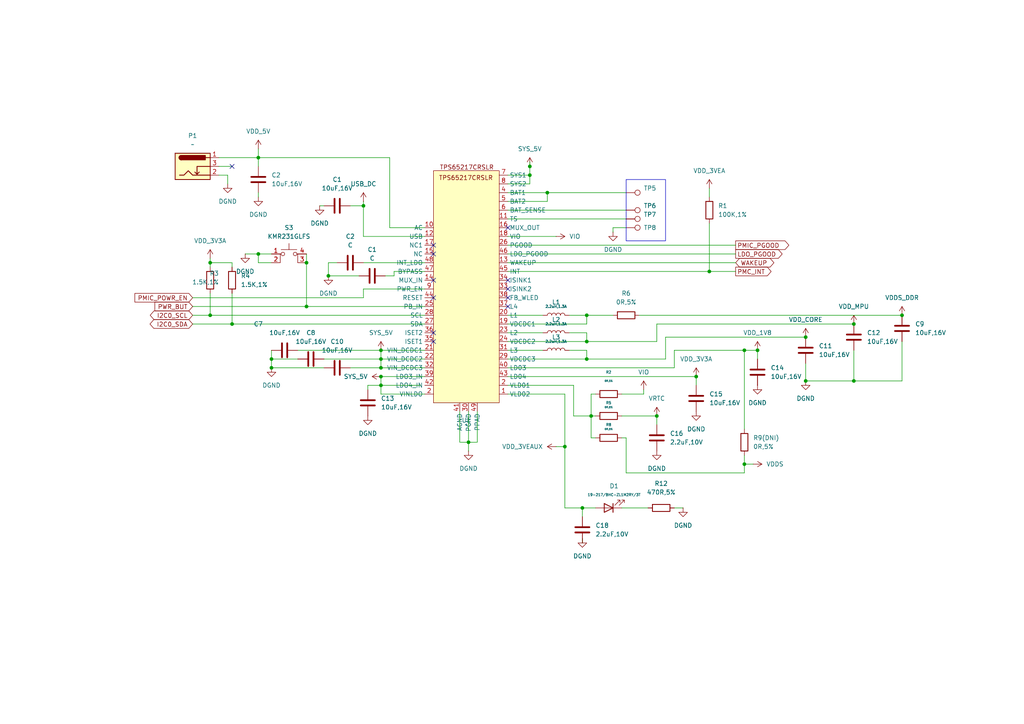
<source format=kicad_sch>
(kicad_sch (version 20231120) (generator "eeschema") (generator_version "8.0")
  (paper "A4")
  (lib_symbols
    (symbol "Connector:Barrel_Jack_Switch" (pin_names hide)
      (property "Reference" "J" (at 0 5.334 0))
      (property "Value" "Barrel_Jack_Switch" (at 0 -5.08 0))
      (symbol "Barrel_Jack_Switch_0_1"
        (rectangle (start -5.08 3.81) (end 5.08 -3.81) (stroke (width 0.254)) (fill (type background)))
        (arc (start -3.302 3.175) (mid -3.9343 2.54) (end -3.302 1.905) (stroke (width 0.254)))
        (arc (start -3.302 3.175) (mid -3.9343 2.54) (end -3.302 1.905) (stroke (width 0.254)) (fill (type outline)))
        (polyline (pts (xy 1.27 -2.286) (xy 1.905 -1.651)) (stroke (width 0.254)))
        (polyline (pts (xy 5.08 2.54) (xy 3.81 2.54)) (stroke (width 0.254)))
        (polyline (pts (xy 5.08 0) (xy 1.27 0) (xy 1.27 -2.286) (xy 0.635 -1.651)) (stroke (width 0.254)))
        (polyline (pts (xy -3.81 -2.54) (xy -2.54 -2.54) (xy -1.27 -1.27) (xy 0 -2.54) (xy 2.54 -2.54) (xy 5.08 -2.54)) (stroke (width 0.254)))
        (rectangle (start 3.683 3.175) (end -3.302 1.905) (stroke (width 0.254)) (fill (type outline)))
      )
      (symbol "Barrel_Jack_Switch_1_1"
        (pin passive line (at 7.62 2.54 180) (length 2.54) (name "~") (number "1"))
        (pin passive line (at 7.62 -2.54 180) (length 2.54) (name "~") (number "2"))
        (pin passive line (at 7.62 0 180) (length 2.54) (name "~") (number "3"))
      )
    )
    (symbol "Connector:TestPoint" (pin_numbers hide) (pin_names (offset 0.762) hide)
      (property "Reference" "TP" (at 0 6.858 0))
      (property "Value" "TestPoint" (at 0 5.08 0))
      (symbol "TestPoint_0_1"
        (circle (center 0 3.302) (radius 0.762))
      )
      (symbol "TestPoint_1_1"
        (pin passive line (at 0 0 90) (length 2.54) (name "1") (number "1"))
      )
    )
    (symbol "Device:C" (pin_numbers hide) (pin_names (offset 0.254))
      (property "Reference" "C" (at 0.635 2.54 0))
      (property "Value" "C" (at 0.635 -2.54 0))
      (symbol "C_0_1"
        (polyline (pts (xy -2.032 -0.762) (xy 2.032 -0.762)) (stroke (width 0.508)))
        (polyline (pts (xy -2.032 0.762) (xy 2.032 0.762)) (stroke (width 0.508)))
      )
      (symbol "C_1_1"
        (pin passive line (at 0 3.81 270) (length 2.794) (name "~") (number "1"))
        (pin passive line (at 0 -3.81 90) (length 2.794) (name "~") (number "2"))
      )
    )
    (symbol "Device:L" (pin_numbers hide) (pin_names (offset 1.016) hide)
      (property "Reference" "L" (at -1.27 0 90))
      (property "Value" "L" (at 1.905 0 90))
      (symbol "L_0_1"
        (arc (start 0 -2.54) (mid 0.6323 -1.905) (end 0 -1.27))
        (arc (start 0 -1.27) (mid 0.6323 -0.635) (end 0 0))
        (arc (start 0 0) (mid 0.6323 0.635) (end 0 1.27))
        (arc (start 0 1.27) (mid 0.6323 1.905) (end 0 2.54))
      )
      (symbol "L_1_1"
        (pin passive line (at 0 3.81 270) (length 1.27) (name "1") (number "1"))
        (pin passive line (at 0 -3.81 90) (length 1.27) (name "2") (number "2"))
      )
    )
    (symbol "Device:LED" (pin_numbers hide) (pin_names (offset 1.016) hide)
      (property "Reference" "D" (at 0 2.54 0))
      (property "Value" "LED" (at 0 -2.54 0))
      (symbol "LED_0_1"
        (polyline (pts (xy -1.27 -1.27) (xy -1.27 1.27)) (stroke (width 0.254)))
        (polyline (pts (xy -1.27 0) (xy 1.27 0)))
        (polyline (pts (xy 1.27 -1.27) (xy 1.27 1.27) (xy -1.27 0) (xy 1.27 -1.27)) (stroke (width 0.254)))
        (polyline (pts (xy -3.048 -0.762) (xy -4.572 -2.286) (xy -3.81 -2.286) (xy -4.572 -2.286) (xy -4.572 -1.524)))
        (polyline (pts (xy -1.778 -0.762) (xy -3.302 -2.286) (xy -2.54 -2.286) (xy -3.302 -2.286) (xy -3.302 -1.524)))
      )
      (symbol "LED_1_1"
        (pin passive line (at -3.81 0 0) (length 2.54) (name "K") (number "1"))
        (pin passive line (at 3.81 0 180) (length 2.54) (name "A") (number "2"))
      )
    )
    (symbol "Device:R" (pin_numbers hide) (pin_names (offset 0))
      (property "Reference" "R" (at 2.032 0 90))
      (property "Value" "R" (at 0 0 90))
      (symbol "R_0_1"
        (rectangle (start -1.016 -2.54) (end 1.016 2.54) (stroke (width 0.254)))
      )
      (symbol "R_1_1"
        (pin passive line (at 0 3.81 270) (length 1.27) (name "~") (number "1"))
        (pin passive line (at 0 -3.81 90) (length 1.27) (name "~") (number "2"))
      )
    )
    (symbol "Switch:SW_MEC_5E" (pin_names (offset 1.016) hide)
      (property "Reference" "SW" (at 0.635 5.715 0))
      (property "Value" "SW_MEC_5E" (at 0 -3.175 0))
      (symbol "SW_MEC_5E_0_1"
        (circle (center -1.778 2.54) (radius 0.508))
        (polyline (pts (xy -2.286 3.81) (xy 2.286 3.81)))
        (polyline (pts (xy 0 3.81) (xy 0 5.588)))
        (polyline (pts (xy -2.54 0) (xy -2.54 2.54) (xy -2.286 2.54)))
        (polyline (pts (xy 2.54 0) (xy 2.54 2.54) (xy 2.286 2.54)))
        (circle (center 1.778 2.54) (radius 0.508))
        (pin passive line (at -5.08 2.54 0) (length 2.54) (name "1") (number "1"))
        (pin passive line (at -5.08 0 0) (length 2.54) (name "2") (number "2"))
        (pin passive line (at 5.08 0 180) (length 2.54) (name "K") (number "3"))
        (pin passive line (at 5.08 2.54 180) (length 2.54) (name "A") (number "4"))
      )
    )
    (symbol "power:GND" (power) (pin_numbers hide) (pin_names (offset 0) hide)
      (property "Value" "DGND" (at 0 -5.08 0))
      (symbol "GND_0_1"
        (polyline (pts (xy 0 0) (xy 0 -1.27) (xy 1.27 -1.27) (xy 0 -2.54) (xy -1.27 -1.27) (xy 0 -1.27)))
      )
      (symbol "GND_1_1"
        (pin power_in line (at 0 0 270) (length 0) (name "~") (number "1"))
      )
    )
    (symbol "power:VCC" (power) (pin_numbers hide) (pin_names (offset 0) hide)
      (property "Value" "VCC" (at 0 3.556 0))
      (symbol "VCC_0_1"
        (polyline (pts (xy -0.762 1.27) (xy 0 2.54)))
        (polyline (pts (xy 0 0) (xy 0 2.54)))
        (polyline (pts (xy 0 2.54) (xy 0.762 1.27)))
      )
      (symbol "VCC_1_1"
        (pin power_in line (at 0 0 90) (length 0) (name "~") (number "1"))
      )
    )
    (symbol "power:VDD" (power) (pin_numbers hide) (pin_names (offset 0) hide)
      (property "Value" "VDD" (at 0 3.556 0))
      (symbol "VDD_0_1"
        (polyline (pts (xy -0.762 1.27) (xy 0 2.54)))
        (polyline (pts (xy 0 0) (xy 0 2.54)))
        (polyline (pts (xy 0 2.54) (xy 0.762 1.27)))
      )
      (symbol "VDD_1_1"
        (pin power_in line (at 0 0 90) (length 0) (name "~") (number "1"))
      )
    )
    (symbol "powermanagementchip:TPS65217CRSLR"
      (property "Reference" "U1" (at 9.525 -5.08 0))
      (property "Value" "~" (at 9.525 -6.35 0))
      (symbol "TPS65217CRSLR_1_1"
        (rectangle (start 0 67.31) (end 19.05 0) (fill (type color) (color 255 255 194 1)))
        (text "TPS65217CRSLR\n" (at 9.398 65.278 0) (effects (font (size 1.27 1.27))))
        (text "TPS65217CRSLR\n" (at 9.652 68.326 0) (effects (font (size 1.27 1.27))))
        (pin input line (at 19.05 2.54 0) (length 2.54) (name "VLD02") (number "1"))
        (pin input line (at 0 50.8 180) (length 2.54) (name "AC") (number "10"))
        (pin input line (at 19.05 53.34 0) (length 2.54) (name "TS") (number "11"))
        (pin input line (at 0 48.26 180) (length 2.54) (name "USB") (number "12"))
        (pin input line (at 19.05 40.64 0) (length 2.54) (name "WAKEUP") (number "13"))
        (pin input line (at 0 35.56 180) (length 2.54) (name "MUX_IN") (number "14"))
        (pin input line (at 0 43.18 180) (length 2.54) (name "NC") (number "15"))
        (pin input line (at 19.05 50.8 0) (length 2.54) (name "MUX_OUT") (number "16"))
        (pin input line (at 0 45.72 180) (length 2.54) (name "NC1") (number "17"))
        (pin input line (at 19.05 48.26 0) (length 2.54) (name "VIO") (number "18"))
        (pin input line (at 19.05 22.86 0) (length 2.54) (name "VDCDC1") (number "19"))
        (pin input line (at 0 2.54 180) (length 2.54) (name "VINLDO") (number "2"))
        (pin input line (at 19.05 5.08 0) (length 2.54) (name "VLD01") (number "2"))
        (pin input line (at 19.05 25.4 0) (length 2.54) (name "L1") (number "20"))
        (pin input line (at 0 15.24 180) (length 2.54) (name "VIN_DCDC1") (number "21"))
        (pin input line (at 0 12.7 180) (length 2.54) (name "VIN_DCDC2") (number "22"))
        (pin input line (at 19.05 20.32 0) (length 2.54) (name "L2") (number "23"))
        (pin input line (at 19.05 17.78 0) (length 2.54) (name "VDCDC2") (number "24"))
        (pin input line (at 0 27.94 180) (length 2.54) (name "PB_IN") (number "25"))
        (pin input line (at 19.05 45.72 0) (length 2.54) (name "PGOOD") (number "26"))
        (pin input line (at 0 22.86 180) (length 2.54) (name "SDA") (number "27"))
        (pin input line (at 0 25.4 180) (length 2.54) (name "SCL") (number "28"))
        (pin input line (at 19.05 12.7 0) (length 2.54) (name "VDCDC3") (number "29"))
        (pin input line (at 10.16 0 270) (length 2.54) (name "PGND") (number "30"))
        (pin input line (at 19.05 15.24 0) (length 2.54) (name "L3") (number "31"))
        (pin input line (at 0 10.16 180) (length 2.54) (name "VIN_DCDC3") (number "32"))
        (pin input line (at 19.05 33.02 0) (length 2.54) (name "ISINK2") (number "33"))
        (pin input line (at 19.05 35.56 0) (length 2.54) (name "ISINK1") (number "34"))
        (pin input line (at 0 17.78 180) (length 2.54) (name "ISET1") (number "35"))
        (pin input line (at 0 20.32 180) (length 2.54) (name "ISET2") (number "36"))
        (pin input line (at 19.05 27.94 0) (length 2.54) (name "L4") (number "37"))
        (pin input line (at 19.05 30.48 0) (length 2.54) (name "FB_WLED") (number "38"))
        (pin input line (at 0 7.62 180) (length 2.54) (name "LDO3_IN") (number "39"))
        (pin input line (at 19.05 60.96 0) (length 2.54) (name "BAT1") (number "4"))
        (pin input line (at 19.05 10.16 0) (length 2.54) (name "LD03") (number "40"))
        (pin input line (at 7.62 0 270) (length 2.54) (name "AGND") (number "41"))
        (pin input line (at 0 5.08 180) (length 2.54) (name "LDO4_IN") (number "42"))
        (pin input line (at 19.05 7.62 0) (length 2.54) (name "LD04") (number "43"))
        (pin input line (at 0 30.48 180) (length 2.54) (name "RESET") (number "44"))
        (pin input line (at 19.05 38.1 0) (length 2.54) (name "INT") (number "45"))
        (pin input line (at 19.05 43.18 0) (length 2.54) (name "LDO_PGOOD") (number "46"))
        (pin input line (at 0 38.1 180) (length 2.54) (name "BYPASS") (number "47"))
        (pin input line (at 0 40.64 180) (length 2.54) (name "INT_LDO") (number "48"))
        (pin input line (at 12.7 0 270) (length 2.54) (name "PPAD") (number "49"))
        (pin input line (at 19.05 58.42 0) (length 2.54) (name "BAT2") (number "5"))
        (pin input line (at 19.05 55.88 0) (length 2.54) (name "BAT_SENSE") (number "6"))
        (pin input line (at 19.05 66.04 0) (length 2.54) (name "SYS1") (number "7"))
        (pin input line (at 19.05 63.5 0) (length 2.54) (name "SYS2") (number "8"))
        (pin input line (at 0 33.02 180) (length 2.54) (name "PWR_EN") (number "9"))
      )
    )
  )
  (junction (at 233.68 110.49))
  (junction (at 233.68 97.79))
  (junction (at 190.5 120.65))
  (junction (at 219.71 101.6))
  (junction (at 247.65 110.49))
  (junction (at 74.93 45.72))
  (junction (at 78.74 106.68))
  (junction (at 170.18 91.44))
  (junction (at 171.45 120.65))
  (junction (at 135.89 128.27))
  (junction (at 95.25 80.01))
  (junction (at 170.18 99.06))
  (junction (at 215.9 134.62))
  (junction (at 201.93 109.22))
  (junction (at 261.62 91.44))
  (junction (at 105.41 59.69))
  (junction (at 110.49 101.6))
  (junction (at 110.49 111.76))
  (junction (at 153.67 48.26))
  (junction (at 60.96 91.44))
  (junction (at 153.67 50.8))
  (junction (at 163.83 129.54))
  (junction (at 78.74 104.14))
  (junction (at 110.49 106.68))
  (junction (at 60.96 76.2))
  (junction (at 158.75 55.88))
  (junction (at 88.9 76.2))
  (junction (at 74.93 73.66))
  (junction (at 170.18 104.14))
  (junction (at 205.74 78.74))
  (junction (at 67.31 93.98))
  (junction (at 247.65 93.98))
  (junction (at 110.49 109.22))
  (junction (at 110.49 104.14))
  (junction (at 88.9 88.9))
  (junction (at 215.9 101.6))
  (junction (at 168.91 147.32))
  (no_connect (at 125.73 71.12))
  (no_connect (at 67.31 48.26))
  (no_connect (at 147.32 86.36))
  (no_connect (at 147.32 88.9))
  (no_connect (at 147.32 81.28))
  (no_connect (at 125.73 96.52))
  (no_connect (at 125.73 73.66))
  (no_connect (at 125.73 99.06))
  (no_connect (at 125.73 86.36))
  (no_connect (at 147.32 66.04))
  (no_connect (at 125.73 81.28))
  (no_connect (at 147.32 83.82))
  (wire (pts (xy 147.32 106.68) (xy 195.58 106.68)))
  (wire (pts (xy 168.91 147.32) (xy 172.72 147.32)))
  (wire (pts (xy 67.31 76.2) (xy 60.96 76.2)))
  (wire (pts (xy 106.68 111.76) (xy 106.68 113.03)))
  (wire (pts (xy 95.25 76.2) (xy 97.79 76.2)))
  (wire (pts (xy 215.9 101.6) (xy 215.9 124.46)))
  (wire (pts (xy 171.45 120.65) (xy 172.72 120.65)))
  (wire (pts (xy 247.65 110.49) (xy 261.62 110.49)))
  (wire (pts (xy 78.74 104.14) (xy 86.36 104.14)))
  (wire (pts (xy 168.91 147.32) (xy 168.91 149.86)))
  (wire (pts (xy 88.9 88.9) (xy 123.19 88.9)))
  (wire (pts (xy 170.18 91.44) (xy 177.8 91.44)))
  (wire (pts (xy 219.71 101.6) (xy 219.71 104.14)))
  (wire (pts (xy 74.93 76.2) (xy 74.93 73.66)))
  (wire (pts (xy 147.32 91.44) (xy 157.48 91.44)))
  (wire (pts (xy 147.32 78.74) (xy 205.74 78.74)))
  (wire (pts (xy 185.42 91.44) (xy 261.62 91.44)))
  (wire (pts (xy 93.98 106.68) (xy 78.74 106.68)))
  (wire (pts (xy 147.32 104.14) (xy 170.18 104.14)))
  (wire (pts (xy 180.34 114.3) (xy 186.69 114.3)))
  (wire (pts (xy 60.96 76.2) (xy 60.96 77.47)))
  (wire (pts (xy 180.34 120.65) (xy 190.5 120.65)))
  (wire (pts (xy 133.35 119.38) (xy 133.35 128.27)))
  (wire (pts (xy 166.37 111.76) (xy 166.37 120.65)))
  (wire (pts (xy 74.93 43.18) (xy 74.93 45.72)))
  (wire (pts (xy 78.74 76.2) (xy 74.93 76.2)))
  (wire (pts (xy 215.9 134.62) (xy 218.44 134.62)))
  (wire (pts (xy 55.88 86.36) (xy 105.41 86.36)))
  (wire (pts (xy 60.96 74.93) (xy 60.96 76.2)))
  (wire (pts (xy 170.18 104.14) (xy 193.04 104.14)))
  (wire (pts (xy 195.58 106.68) (xy 195.58 101.6)))
  (wire (pts (xy 88.9 73.66) (xy 88.9 76.2)))
  (wire (pts (xy 101.6 59.69) (xy 105.41 59.69)))
  (wire (pts (xy 153.67 50.8) (xy 153.67 53.34)))
  (wire (pts (xy 205.74 78.74) (xy 213.36 78.74)))
  (wire (pts (xy 193.04 97.79) (xy 233.68 97.79)))
  (wire (pts (xy 110.49 104.14) (xy 123.19 104.14)))
  (wire (pts (xy 158.75 55.88) (xy 181.61 55.88)))
  (wire (pts (xy 190.5 93.98) (xy 247.65 93.98)))
  (wire (pts (xy 247.65 101.6) (xy 247.65 110.49)))
  (wire (pts (xy 123.19 78.74) (xy 114.3 78.74)))
  (wire (pts (xy 177.8 66.04) (xy 177.8 67.31)))
  (wire (pts (xy 147.32 58.42) (xy 158.75 58.42)))
  (wire (pts (xy 153.67 48.26) (xy 153.67 50.8)))
  (wire (pts (xy 261.62 99.06) (xy 261.62 110.49)))
  (wire (pts (xy 67.31 77.47) (xy 67.31 76.2)))
  (wire (pts (xy 55.88 91.44) (xy 60.96 91.44)))
  (wire (pts (xy 101.6 106.68) (xy 110.49 106.68)))
  (wire (pts (xy 193.04 104.14) (xy 193.04 97.79)))
  (wire (pts (xy 114.3 78.74) (xy 114.3 80.01)))
  (wire (pts (xy 138.43 119.38) (xy 138.43 128.27)))
  (wire (pts (xy 205.74 54.61) (xy 205.74 57.15)))
  (wire (pts (xy 190.5 120.65) (xy 190.5 123.19)))
  (wire (pts (xy 195.58 101.6) (xy 215.9 101.6)))
  (wire (pts (xy 74.93 73.66) (xy 78.74 73.66)))
  (wire (pts (xy 123.19 66.04) (xy 113.03 66.04)))
  (wire (pts (xy 63.5 45.72) (xy 74.93 45.72)))
  (wire (pts (xy 215.9 134.62) (xy 215.9 137.16)))
  (wire (pts (xy 215.9 101.6) (xy 219.71 101.6)))
  (wire (pts (xy 233.68 105.41) (xy 233.68 110.49)))
  (wire (pts (xy 153.67 46.99) (xy 153.67 48.26)))
  (wire (pts (xy 67.31 85.09) (xy 67.31 93.98)))
  (wire (pts (xy 205.74 64.77) (xy 205.74 78.74)))
  (wire (pts (xy 147.32 53.34) (xy 153.67 53.34)))
  (wire (pts (xy 110.49 104.14) (xy 110.49 106.68)))
  (wire (pts (xy 105.41 83.82) (xy 123.19 83.82)))
  (wire (pts (xy 110.49 109.22) (xy 110.49 111.76)))
  (wire (pts (xy 195.58 147.32) (xy 198.12 147.32)))
  (wire (pts (xy 147.32 68.58) (xy 161.29 68.58)))
  (wire (pts (xy 170.18 99.06) (xy 190.5 99.06)))
  (wire (pts (xy 233.68 110.49) (xy 247.65 110.49)))
  (wire (pts (xy 135.89 119.38) (xy 135.89 128.27)))
  (wire (pts (xy 165.1 91.44) (xy 170.18 91.44)))
  (wire (pts (xy 104.14 80.01) (xy 95.25 80.01)))
  (wire (pts (xy 147.32 60.96) (xy 181.61 60.96)))
  (wire (pts (xy 147.32 76.2) (xy 213.36 76.2)))
  (wire (pts (xy 147.32 101.6) (xy 157.48 101.6)))
  (wire (pts (xy 168.91 157.48) (xy 168.91 156.21)))
  (wire (pts (xy 110.49 106.68) (xy 123.19 106.68)))
  (wire (pts (xy 186.69 113.03) (xy 186.69 114.3)))
  (wire (pts (xy 170.18 99.06) (xy 170.18 96.52)))
  (wire (pts (xy 88.9 76.2) (xy 88.9 88.9)))
  (wire (pts (xy 163.83 129.54) (xy 163.83 147.32)))
  (wire (pts (xy 181.61 66.04) (xy 177.8 66.04)))
  (wire (pts (xy 147.32 109.22) (xy 201.93 109.22)))
  (wire (pts (xy 78.74 101.6) (xy 78.74 104.14)))
  (wire (pts (xy 123.19 68.58) (xy 105.41 68.58)))
  (wire (pts (xy 67.31 93.98) (xy 123.19 93.98)))
  (wire (pts (xy 55.88 88.9) (xy 88.9 88.9)))
  (wire (pts (xy 147.32 93.98) (xy 170.18 93.98)))
  (wire (pts (xy 170.18 104.14) (xy 170.18 101.6)))
  (wire (pts (xy 113.03 45.72) (xy 74.93 45.72)))
  (wire (pts (xy 201.93 109.22) (xy 201.93 111.76)))
  (wire (pts (xy 165.1 96.52) (xy 170.18 96.52)))
  (wire (pts (xy 163.83 114.3) (xy 163.83 129.54)))
  (wire (pts (xy 163.83 147.32) (xy 168.91 147.32)))
  (wire (pts (xy 105.41 76.2) (xy 123.19 76.2)))
  (wire (pts (xy 147.32 55.88) (xy 158.75 55.88)))
  (wire (pts (xy 215.9 132.08) (xy 215.9 134.62)))
  (wire (pts (xy 55.88 93.98) (xy 67.31 93.98)))
  (wire (pts (xy 105.41 58.42) (xy 105.41 59.69)))
  (wire (pts (xy 78.74 104.14) (xy 78.74 106.68)))
  (wire (pts (xy 110.49 114.3) (xy 123.19 114.3)))
  (wire (pts (xy 135.89 128.27) (xy 138.43 128.27)))
  (wire (pts (xy 147.32 99.06) (xy 170.18 99.06)))
  (wire (pts (xy 171.45 114.3) (xy 172.72 114.3)))
  (wire (pts (xy 110.49 101.6) (xy 123.19 101.6)))
  (wire (pts (xy 171.45 127) (xy 171.45 120.65)))
  (wire (pts (xy 180.34 147.32) (xy 187.96 147.32)))
  (wire (pts (xy 110.49 101.6) (xy 110.49 104.14)))
  (wire (pts (xy 93.98 104.14) (xy 110.49 104.14)))
  (wire (pts (xy 147.32 71.12) (xy 213.36 71.12)))
  (wire (pts (xy 147.32 111.76) (xy 166.37 111.76)))
  (wire (pts (xy 147.32 96.52) (xy 157.48 96.52)))
  (wire (pts (xy 105.41 86.36) (xy 105.41 83.82)))
  (wire (pts (xy 190.5 99.06) (xy 190.5 93.98)))
  (wire (pts (xy 166.37 120.65) (xy 171.45 120.65)))
  (wire (pts (xy 60.96 85.09) (xy 60.96 91.44)))
  (wire (pts (xy 111.76 80.01) (xy 114.3 80.01)))
  (wire (pts (xy 181.61 127) (xy 181.61 137.16)))
  (wire (pts (xy 110.49 111.76) (xy 106.68 111.76)))
  (wire (pts (xy 66.04 50.8) (xy 66.04 53.34)))
  (wire (pts (xy 105.41 59.69) (xy 105.41 68.58)))
  (wire (pts (xy 113.03 66.04) (xy 113.03 45.72)))
  (wire (pts (xy 110.49 111.76) (xy 121.92 111.76)))
  (wire (pts (xy 110.49 111.76) (xy 110.49 114.3)))
  (wire (pts (xy 74.93 45.72) (xy 74.93 48.26)))
  (wire (pts (xy 95.25 80.01) (xy 95.25 76.2)))
  (wire (pts (xy 74.93 55.88) (xy 74.93 57.15)))
  (wire (pts (xy 63.5 50.8) (xy 66.04 50.8)))
  (wire (pts (xy 181.61 127) (xy 180.34 127)))
  (wire (pts (xy 171.45 120.65) (xy 171.45 114.3)))
  (wire (pts (xy 170.18 93.98) (xy 170.18 91.44)))
  (wire (pts (xy 181.61 137.16) (xy 215.9 137.16)))
  (wire (pts (xy 165.1 101.6) (xy 170.18 101.6)))
  (wire (pts (xy 147.32 50.8) (xy 153.67 50.8)))
  (wire (pts (xy 71.12 73.66) (xy 74.93 73.66)))
  (wire (pts (xy 147.32 114.3) (xy 163.83 114.3)))
  (wire (pts (xy 110.49 109.22) (xy 123.19 109.22)))
  (wire (pts (xy 161.29 129.54) (xy 163.83 129.54)))
  (wire (pts (xy 135.89 128.27) (xy 135.89 130.81)))
  (wire (pts (xy 86.36 101.6) (xy 110.49 101.6)))
  (wire (pts (xy 147.32 73.66) (xy 213.36 73.66)))
  (wire (pts (xy 158.75 58.42) (xy 158.75 55.88)))
  (wire (pts (xy 147.32 63.5) (xy 181.61 63.5)))
  (wire (pts (xy 60.96 91.44) (xy 123.19 91.44)))
  (wire (pts (xy 63.5 48.26) (xy 67.31 48.26)))
  (wire (pts (xy 171.45 127) (xy 172.72 127)))
  (wire (pts (xy 92.71 59.69) (xy 93.98 59.69)))
  (wire (pts (xy 133.35 128.27) (xy 135.89 128.27)))
  (rectangle (start 181.61 52.07) (end 193.04 69.85))
  (global_label "PWR_BUT" (shape input) (at 55.88 88.9 180) (property "Intersheetrefs" "${INTERSHEET_REFS}" (effects (hide yes))))
  (global_label "I2C0_SCL" (shape bidirectional) (at 55.88 91.44 180) (property "Intersheetrefs" "${INTERSHEET_REFS}" (effects (hide yes))))
  (global_label "LDO_PGOOD" (shape output) (at 213.36 73.66 0) (property "Intersheetrefs" "${INTERSHEET_REFS}" (effects (hide yes))))
  (global_label "PMIC_PGOOD " (shape output) (at 213.36 71.12 0) (property "Intersheetrefs" "${INTERSHEET_REFS}" (effects (hide yes))))
  (global_label "PMIC_POWR_EN" (shape input) (at 55.88 86.36 180) (property "Intersheetrefs" "${INTERSHEET_REFS}" (effects (hide yes))))
  (global_label "I2C0_SDA" (shape bidirectional) (at 55.88 93.98 180) (property "Intersheetrefs" "${INTERSHEET_REFS}" (effects (hide yes))))
  (global_label "PMC_INT" (shape output) (at 213.36 78.74 0) (property "Intersheetrefs" "${INTERSHEET_REFS}" (effects (hide yes))))
  (global_label "WAKEUP" (shape bidirectional) (at 213.36 76.2 0) (property "Intersheetrefs" "${INTERSHEET_REFS}" (effects (hide yes))))
  (symbol (lib_id "Device:C") (at 82.55 101.6 90) (unit 1)
    (property "Reference" "C7" (at 74.93 93.98 90))
    (property "Value" "10uF,16V" (at 82.55 96.52 90))
    (property "Description" "Unpolarized capacitor" (effects (hide yes)))
  )
  (symbol (lib_id "power:VDD") (at 110.49 109.22 90) (unit 1)
    (property "Reference" "#PWR018" (effects (hide yes)))
    (property "Value" "SYS_5V" (at 106.68 109.2199 90) (effects (justify left)))
    (property "Description" "Power symbol creates a global label with name \"VDD\"" (effects (hide yes)))
  )
  (symbol (lib_id "power:GND") (at 190.5 130.81 0) (unit 1)
    (property "Reference" "#PWR08" (effects (hide yes)))
    (property "Value" "DGND" (at 190.5 135.89 0))
    (property "Description" "Power symbol creates a global label with name \"GND\" , ground" (effects (hide yes)))
  )
  (symbol (lib_id "power:VCC") (at 161.29 68.58 270) (unit 1)
    (property "Reference" "#PWR04" (effects (hide yes)))
    (property "Value" "VIO" (at 165.1 68.5799 90) (effects (justify left)))
    (property "Description" "Power symbol creates a global label with name \"VCC\"" (effects (hide yes)))
  )
  (symbol (lib_id "power:VCC") (at 190.5 120.65 0) (unit 1)
    (property "Reference" "#PWR07" (effects (hide yes)))
    (property "Value" "VRTC" (at 190.5 115.57 0))
    (property "Description" "Power symbol creates a global label with name \"VCC\"" (effects (hide yes)))
  )
  (symbol (lib_id "Device:C") (at 106.68 116.84 0) (unit 1)
    (property "Reference" "C13" (at 110.49 115.5699 0) (effects (justify left)))
    (property "Value" "10uF,16V" (at 110.49 118.1099 0) (effects (justify left)))
    (property "Description" "Unpolarized capacitor" (effects (hide yes)))
  )
  (symbol (lib_id "power:VDD") (at 205.74 54.61 0) (unit 1)
    (property "Reference" "#PWR05" (effects (hide yes)))
    (property "Value" "VDD_3VEA" (at 205.74 49.53 0))
    (property "Description" "Power symbol creates a global label with name \"VDD\"" (effects (hide yes)))
  )
  (symbol (lib_id "Device:R") (at 176.53 127 90) (unit 1)
    (property "Reference" "R8" (at 176.53 123.19 90) (effects (font (size 0.762 0.762))))
    (property "Value" "0R,5%" (at 176.53 124.46 90) (effects (font (size 0.508 0.508))))
    (property "Description" "Resistor" (effects (hide yes)))
  )
  (symbol (lib_id "power:VCC") (at 201.93 109.22 0) (unit 1)
    (property "Reference" "#PWR09" (effects (hide yes)))
    (property "Value" "VDD_3V3A" (at 201.93 104.14 0))
    (property "Description" "Power symbol creates a global label with name \"VCC\"" (effects (hide yes)))
  )
  (symbol (lib_id "power:GND") (at 177.8 67.31 0) (unit 1)
    (property "Reference" "#PWR03" (effects (hide yes)))
    (property "Value" "DGND" (at 177.8 72.39 0))
    (property "Description" "Power symbol creates a global label with name \"GND\" , ground" (effects (hide yes)))
  )
  (symbol (lib_id "Connector:TestPoint") (at 181.61 55.88 270) (unit 1)
    (property "Reference" "TP5" (at 186.69 54.6099 90) (effects (justify left)))
    (property "Value" "TestPoint" (effects (hide yes)))
    (property "Description" "test point" (effects (hide yes)))
  )
  (symbol (lib_id "Device:R") (at 60.96 81.28 0) (unit 1)
    (property "Reference" "R3" (at 63.5 80.0099 0) (effects (justify right bottom)))
    (property "Value" "1.5K,1%" (at 63.5 82.5499 0) (effects (justify right bottom)))
    (property "Description" "Resistor" (effects (hide yes)))
  )
  (symbol (lib_id "power:GND") (at 74.93 57.15 0) (unit 1)
    (property "Reference" "#PWR028" (effects (hide yes)))
    (property "Value" "DGND" (at 74.93 62.23 0))
    (property "Description" "Power symbol creates a global label with name \"GND\" , ground" (effects (hide yes)))
  )
  (symbol (lib_id "Device:C") (at 74.93 52.07 180) (unit 1)
    (property "Reference" "C2" (at 78.74 50.7999 0) (effects (justify right)))
    (property "Value" "10uF,16V" (at 78.74 53.3399 0) (effects (justify right)))
    (property "Description" "Unpolarized capacitor" (effects (hide yes)))
  )
  (symbol (lib_id "powermanagementchip:TPS65217CRSLR") (at 125.73 116.84 0) (unit 1)
    (property "Reference" "U1" (at 135.255 121.92 0))
    (property "Value" "~" (at 135.255 123.19 0))
  )
  (symbol (lib_id "Device:C") (at 107.95 80.01 90) (unit 1)
    (property "Reference" "C1" (at 107.95 72.39 90))
    (property "Value" "C" (at 107.95 74.93 90))
    (property "Description" "Unpolarized capacitor" (effects (hide yes)))
  )
  (symbol (lib_id "power:VDD") (at 161.29 129.54 90) (unit 1)
    (property "Reference" "#PWR030" (effects (hide yes)))
    (property "Value" "VDD_3VEAUX" (at 157.48 129.5399 90) (effects (justify left)))
    (property "Description" "Power symbol creates a global label with name \"VDD\"" (effects (hide yes)))
  )
  (symbol (lib_id "Device:C") (at 201.93 115.57 0) (unit 1)
    (property "Reference" "C15" (at 205.74 114.2999 0) (effects (justify left)))
    (property "Value" "10uF,16V" (at 205.74 116.8399 0) (effects (justify left)))
    (property "Description" "Unpolarized capacitor" (effects (hide yes)))
  )
  (symbol (lib_id "power:GND") (at 95.25 80.01 0) (unit 1)
    (property "Reference" "#PWR024" (effects (hide yes)))
    (property "Value" "DGND" (at 95.25 85.09 0))
    (property "Description" "Power symbol creates a global label with name \"GND\" , ground" (effects (hide yes)))
  )
  (symbol (lib_id "power:VCC") (at 153.67 48.26 0) (unit 1)
    (property "Reference" "#PWR02" (effects (hide yes)))
    (property "Value" "SYS_5V" (at 153.67 43.18 0))
    (property "Description" "Power symbol creates a global label with name \"VCC\"" (effects (hide yes)))
  )
  (symbol (lib_id "power:VDD") (at 60.96 74.93 0) (unit 1)
    (property "Reference" "#PWR023" (effects (hide yes)))
    (property "Value" "VDD_3V3A" (at 60.96 69.85 0))
    (property "Description" "Power symbol creates a global label with name \"VDD\"" (effects (hide yes)))
  )
  (symbol (lib_id "Device:R") (at 191.77 147.32 270) (unit 1)
    (property "Reference" "R12" (at 191.77 140.97 90) (effects (justify bottom)))
    (property "Value" "470R,5%" (at 191.77 143.51 90) (effects (justify bottom)))
    (property "Description" "Resistor" (effects (hide yes)))
  )
  (symbol (lib_id "Connector:Barrel_Jack_Switch") (at 55.88 48.26 0) (unit 1)
    (property "Reference" "P1" (at 55.88 39.37 0))
    (property "Value" "~" (at 55.88 41.91 0))
    (property "Description" "DC Barrel Jack with an internal switch" (effects (hide yes)))
  )
  (symbol (lib_id "power:GND") (at 106.68 120.65 0) (unit 1)
    (property "Reference" "#PWR019" (effects (hide yes)))
    (property "Value" "DGND" (at 106.68 125.73 0))
    (property "Description" "Power symbol creates a global label with name \"GND\" , ground" (effects (hide yes)))
  )
  (symbol (lib_id "power:VCC") (at 219.71 101.6 0) (unit 1)
    (property "Reference" "#PWR011" (effects (hide yes)))
    (property "Value" "VDD_1V8" (at 219.71 96.52 0))
    (property "Description" "Power symbol creates a global label with name \"VCC\"" (effects (hide yes)))
  )
  (symbol (lib_id "Connector:TestPoint") (at 181.61 63.5 270) (unit 1)
    (property "Reference" "TP7" (at 186.69 62.2299 90) (effects (justify left)))
    (property "Value" "TestPoint" (effects (hide yes)))
    (property "Description" "test point" (effects (hide yes)))
  )
  (symbol (lib_id "Device:L") (at 161.29 101.6 90) (unit 1)
    (property "Reference" "L3" (at 161.29 97.79 90))
    (property "Value" "2.2uH,1.3A" (at 161.29 99.06 90) (effects (font (size 0.762 0.762))))
    (property "Description" "Inductor" (effects (hide yes)))
  )
  (symbol (lib_id "power:GND") (at 66.04 53.34 0) (unit 1)
    (property "Reference" "#PWR029" (effects (hide yes)))
    (property "Value" "DGND" (at 66.04 58.42 0))
    (property "Description" "Power symbol creates a global label with name \"GND\" , ground" (effects (hide yes)))
  )
  (symbol (lib_id "Device:R") (at 181.61 91.44 90) (unit 1)
    (property "Reference" "R6" (at 181.61 85.09 90))
    (property "Value" "0R,5%" (at 181.61 87.63 90))
    (property "Description" "Resistor" (effects (hide yes)))
  )
  (symbol (lib_id "power:GND") (at 135.89 130.81 0) (unit 1)
    (property "Reference" "#PWR01" (effects (hide yes)))
    (property "Value" "DGND" (at 135.89 135.89 0))
    (property "Description" "Power symbol creates a global label with name \"GND\" , ground" (effects (hide yes)))
  )
  (symbol (lib_id "Device:C") (at 247.65 97.79 0) (unit 1)
    (property "Reference" "C12" (at 251.46 96.5199 0) (effects (justify left)))
    (property "Value" "10uF,16V" (at 251.46 99.0599 0) (effects (justify left)))
    (property "Description" "Unpolarized capacitor" (effects (hide yes)))
  )
  (symbol (lib_id "Device:C") (at 233.68 101.6 0) (unit 1)
    (property "Reference" "C11" (at 237.49 100.3299 0) (effects (justify left)))
    (property "Value" "10uF,16V" (at 237.49 102.8699 0) (effects (justify left)))
    (property "Description" "Unpolarized capacitor" (effects (hide yes)))
  )
  (symbol (lib_id "power:GND") (at 92.71 59.69 0) (unit 1)
    (property "Reference" "#PWR022" (effects (hide yes)))
    (property "Value" "DGND" (at 92.71 64.77 0))
    (property "Description" "Power symbol creates a global label with name \"GND\" , ground" (effects (hide yes)))
  )
  (symbol (lib_id "Device:C") (at 261.62 95.25 0) (unit 1)
    (property "Reference" "C9" (at 265.43 93.9799 0) (effects (justify left)))
    (property "Value" "10uF,16V" (at 265.43 96.5199 0) (effects (justify left)))
    (property "Description" "Unpolarized capacitor" (effects (hide yes)))
  )
  (symbol (lib_id "Device:R") (at 205.74 60.96 0) (unit 1)
    (property "Reference" "R1" (at 208.28 59.6899 0) (effects (justify left)))
    (property "Value" "100K,1%" (at 208.28 62.2299 0) (effects (justify left)))
    (property "Description" "Resistor" (effects (hide yes)))
  )
  (symbol (lib_id "Device:C") (at 219.71 107.95 0) (unit 1)
    (property "Reference" "C14" (at 223.52 106.6799 0) (effects (justify left)))
    (property "Value" "10uF,16V" (at 223.52 109.2199 0) (effects (justify left)))
    (property "Description" "Unpolarized capacitor" (effects (hide yes)))
  )
  (symbol (lib_id "Connector:TestPoint") (at 181.61 66.04 270) (unit 1)
    (property "Reference" "TP8" (at 186.69 66.0399 90) (effects (justify left)))
    (property "Value" "TestPoint" (effects (hide yes)))
    (property "Description" "test point" (effects (hide yes)))
  )
  (symbol (lib_id "Switch:SW_MEC_5E") (at 83.82 76.2 0) (unit 1)
    (property "Reference" "S3" (at 83.82 66.04 0))
    (property "Value" "KMR231GLFS" (at 83.82 68.58 0))
    (property "Datasheet" "http://www.apem.com/int/index.php?controller=attachment&id_attachment=1371" (effects (hide yes)))
    (property "Description" "MEC 5E single pole normally-open tactile switch" (effects (hide yes)))
  )
  (symbol (lib_id "Device:C") (at 97.79 59.69 90) (unit 1)
    (property "Reference" "C1" (at 97.79 52.07 90))
    (property "Value" "10uF,16V" (at 97.79 54.61 90))
    (property "Description" "Unpolarized capacitor" (effects (hide yes)))
  )
  (symbol (lib_id "power:GND") (at 198.12 147.32 0) (unit 1)
    (property "Reference" "#PWR032" (effects (hide yes)))
    (property "Value" "DGND" (at 198.12 152.4 0))
    (property "Description" "Power symbol creates a global label with name \"GND\" , ground" (effects (hide yes)))
  )
  (symbol (lib_id "power:VCC") (at 261.62 91.44 0) (unit 1)
    (property "Reference" "#PWR016" (effects (hide yes)))
    (property "Value" "VDDS_DDR" (at 261.62 86.36 0))
    (property "Description" "Power symbol creates a global label with name \"VCC\"" (effects (hide yes)))
  )
  (symbol (lib_id "Device:C") (at 190.5 127 0) (unit 1)
    (property "Reference" "C16" (at 194.31 125.7299 0) (effects (justify left)))
    (property "Value" "2.2uF,10V" (at 194.31 128.2699 0) (effects (justify left)))
    (property "Description" "Unpolarized capacitor" (effects (hide yes)))
  )
  (symbol (lib_id "Connector:TestPoint") (at 181.61 60.96 270) (unit 1)
    (property "Reference" "TP6" (at 186.69 59.6899 90) (effects (justify left)))
    (property "Value" "TestPoint" (effects (hide yes)))
    (property "Description" "test point" (effects (hide yes)))
  )
  (symbol (lib_id "Device:R") (at 176.53 114.3 90) (unit 1)
    (property "Reference" "R2" (at 176.53 107.95 90) (effects (font (size 0.762 0.762))))
    (property "Value" "0R,5%" (at 176.53 110.49 90) (effects (font (size 0.508 0.508))))
    (property "Description" "Resistor" (effects (hide yes)))
  )
  (symbol (lib_id "power:VCC") (at 186.69 113.03 0) (unit 1)
    (property "Reference" "#PWR06" (effects (hide yes)))
    (property "Value" "VIO" (at 186.69 107.95 0))
    (property "Description" "Power symbol creates a global label with name \"VCC\"" (effects (hide yes)))
  )
  (symbol (lib_id "Device:R") (at 176.53 120.65 90) (unit 1)
    (property "Reference" "R5" (at 176.53 116.84 90) (effects (font (size 0.762 0.762))))
    (property "Value" "0R,5%" (at 176.53 118.11 90) (effects (font (size 0.508 0.508))))
    (property "Description" "Resistor" (effects (hide yes)))
  )
  (symbol (lib_id "power:GND") (at 233.68 110.49 0) (unit 1)
    (property "Reference" "#PWR017" (effects (hide yes)))
    (property "Value" "DGND" (at 233.68 115.57 0))
    (property "Description" "Power symbol creates a global label with name \"GND\" , ground" (effects (hide yes)))
  )
  (symbol (lib_id "Device:L") (at 161.29 96.52 90) (unit 1)
    (property "Reference" "L2" (at 161.29 92.71 90))
    (property "Value" "2.2uH,1.3A" (at 161.29 93.98 90) (effects (font (size 0.762 0.762))))
    (property "Description" "Inductor" (effects (hide yes)))
  )
  (symbol (lib_id "power:VCC") (at 233.68 97.79 0) (unit 1)
    (property "Reference" "#PWR014" (effects (hide yes)))
    (property "Value" "VDD_CORE" (at 233.68 92.71 0))
    (property "Description" "Power symbol creates a global label with name \"VCC\"" (effects (hide yes)))
  )
  (symbol (lib_id "power:VDD") (at 110.49 101.6 0) (unit 1)
    (property "Reference" "#PWR020" (effects (hide yes)))
    (property "Value" "SYS_5V" (at 110.49 96.52 0))
    (property "Description" "Power symbol creates a global label with name \"VDD\"" (effects (hide yes)))
  )
  (symbol (lib_id "Device:C") (at 97.79 106.68 270) (unit 1)
    (property "Reference" "C10" (at 97.79 99.06 90))
    (property "Value" "10uF,16V" (at 97.79 101.6 90))
    (property "Description" "Unpolarized capacitor" (effects (hide yes)))
  )
  (symbol (lib_id "Device:LED") (at 176.53 147.32 180) (unit 1)
    (property "Reference" "D1" (at 178.1175 140.97 0))
    (property "Value" "19-217/BHC-ZL1M2RY/3T" (at 178.1175 143.51 0) (effects (font (size 0.7366 0.7366))))
    (property "Description" "Light emitting diode" (effects (hide yes)))
  )
  (symbol (lib_id "Device:R") (at 215.9 128.27 0) (unit 1)
    (property "Reference" "R9(DNI)" (at 218.44 126.9999 0) (effects (justify left)))
    (property "Value" "0R,5%" (at 218.44 129.5399 0) (effects (justify left)))
    (property "Description" "Resistor" (effects (hide yes)))
  )
  (symbol (lib_id "power:GND") (at 219.71 111.76 0) (unit 1)
    (property "Reference" "#PWR012" (effects (hide yes)))
    (property "Value" "DGND" (at 219.71 116.84 0))
    (property "Description" "Power symbol creates a global label with name \"GND\" , ground" (effects (hide yes)))
  )
  (symbol (lib_id "Device:C") (at 101.6 76.2 90) (unit 1)
    (property "Reference" "C2" (at 101.6 68.58 90))
    (property "Value" "C" (at 101.6 71.12 90))
    (property "Description" "Unpolarized capacitor" (effects (hide yes)))
  )
  (symbol (lib_id "Device:C") (at 168.91 153.67 0) (unit 1)
    (property "Reference" "C18" (at 172.72 152.3999 0) (effects (justify left)))
    (property "Value" "2.2uF,10V" (at 172.72 154.9399 0) (effects (justify left)))
    (property "Description" "Unpolarized capacitor" (effects (hide yes)))
  )
  (symbol (lib_id "power:GND") (at 168.91 156.21 0) (unit 1)
    (property "Reference" "#PWR031" (effects (hide yes)))
    (property "Value" "DGND" (at 168.91 161.29 0))
    (property "Description" "Power symbol creates a global label with name \"GND\" , ground" (effects (hide yes)))
  )
  (symbol (lib_id "power:GND") (at 78.74 106.68 0) (unit 1)
    (property "Reference" "#PWR021" (effects (hide yes)))
    (property "Value" "DGND" (at 78.74 111.76 0))
    (property "Description" "Power symbol creates a global label with name \"GND\" , ground" (effects (hide yes)))
  )
  (symbol (lib_id "Device:C") (at 90.17 104.14 90) (unit 1)
    (property "Reference" "C8" (at 90.17 96.52 90))
    (property "Value" "10uF,16V" (at 90.17 99.06 90))
    (property "Description" "Unpolarized capacitor" (effects (hide yes)))
  )
  (symbol (lib_id "power:GND") (at 71.12 73.66 0) (unit 1)
    (property "Reference" "#PWR033" (effects (hide yes)))
    (property "Value" "DGND" (at 71.12 78.74 0))
    (property "Description" "Power symbol creates a global label with name \"GND\" , ground" (effects (hide yes)))
  )
  (symbol (lib_id "Device:R") (at 67.31 81.28 0) (unit 1)
    (property "Reference" "R4" (at 69.85 80.0099 0) (effects (justify left)))
    (property "Value" "1.5K,1%" (at 69.85 82.5499 0) (effects (justify left)))
    (property "Description" "Resistor" (effects (hide yes)))
  )
  (symbol (lib_id "power:VDD") (at 105.41 58.42 0) (unit 1)
    (property "Reference" "#PWR025" (effects (hide yes)))
    (property "Value" "USB_DC" (at 105.41 53.34 0))
    (property "Description" "Power symbol creates a global label with name \"VDD\"" (effects (hide yes)))
  )
  (symbol (lib_id "power:VCC") (at 218.44 134.62 270) (unit 1)
    (property "Reference" "#PWR013" (effects (hide yes)))
    (property "Value" "VDDS" (at 222.25 134.6199 90) (effects (justify left)))
    (property "Description" "Power symbol creates a global label with name \"VCC\"" (effects (hide yes)))
  )
  (symbol (lib_id "power:VCC") (at 247.65 93.98 0) (unit 1)
    (property "Reference" "#PWR015" (effects (hide yes)))
    (property "Value" "VDD_MPU" (at 247.65 88.9 0))
    (property "Description" "Power symbol creates a global label with name \"VCC\"" (effects (hide yes)))
  )
  (symbol (lib_id "power:VDD") (at 74.93 43.18 0) (unit 1)
    (property "Reference" "#PWR027" (effects (hide yes)))
    (property "Value" "VDD_5V" (at 74.93 38.1 0))
    (property "Description" "Power symbol creates a global label with name \"VDD\"" (effects (hide yes)))
  )
  (symbol (lib_id "power:GND") (at 201.93 119.38 0) (unit 1)
    (property "Reference" "#PWR010" (effects (hide yes)))
    (property "Value" "DGND" (at 201.93 124.46 0))
    (property "Description" "Power symbol creates a global label with name \"GND\" , ground" (effects (hide yes)))
  )
  (symbol (lib_id "Device:L") (at 161.29 91.44 90) (unit 1)
    (property "Reference" "L1" (at 161.29 87.63 90))
    (property "Value" "2.2uH,1.3A" (at 161.29 88.9 90) (effects (font (size 0.762 0.762))))
    (property "Description" "Inductor" (effects (hide yes)))
  )
)
</source>
